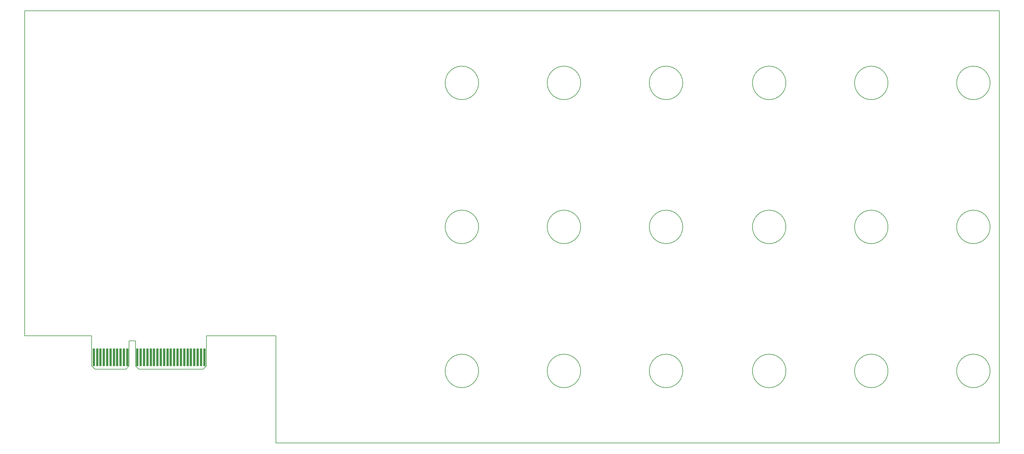
<source format=gbr>
G04 #@! TF.GenerationSoftware,KiCad,Pcbnew,6.0.7-f9a2dced07~116~ubuntu22.04.1*
G04 #@! TF.CreationDate,2023-05-31T10:56:09+01:00*
G04 #@! TF.ProjectId,hiltop_backplane_brd,68696c74-6f70-45f6-9261-636b706c616e,A*
G04 #@! TF.SameCoordinates,Original*
G04 #@! TF.FileFunction,Paste,Bot*
G04 #@! TF.FilePolarity,Positive*
%FSLAX46Y46*%
G04 Gerber Fmt 4.6, Leading zero omitted, Abs format (unit mm)*
G04 Created by KiCad (PCBNEW 6.0.7-f9a2dced07~116~ubuntu22.04.1) date 2023-05-31 10:56:09*
%MOMM*%
%LPD*%
G01*
G04 APERTURE LIST*
G04 #@! TA.AperFunction,Profile*
%ADD10C,0.150000*%
G04 #@! TD*
%ADD11R,0.750000X5.300000*%
G04 APERTURE END LIST*
D10*
X179840000Y-50700000D02*
G75*
G03*
X179840000Y-50700000I-5000000J0D01*
G01*
X210320000Y-50700000D02*
G75*
G03*
X210320000Y-50700000I-5000000J0D01*
G01*
X240800000Y-50700000D02*
G75*
G03*
X240800000Y-50700000I-5000000J0D01*
G01*
X210320000Y-93700000D02*
G75*
G03*
X210320000Y-93700000I-5000000J0D01*
G01*
X240800000Y-93700000D02*
G75*
G03*
X240800000Y-93700000I-5000000J0D01*
G01*
X179840000Y-136700000D02*
G75*
G03*
X179840000Y-136700000I-5000000J0D01*
G01*
X210320000Y-136700000D02*
G75*
G03*
X210320000Y-136700000I-5000000J0D01*
G01*
X240800000Y-136700000D02*
G75*
G03*
X240800000Y-136700000I-5000000J0D01*
G01*
X179840000Y-93700000D02*
G75*
G03*
X179840000Y-93700000I-5000000J0D01*
G01*
X271600000Y-136700000D02*
G75*
G03*
X271600000Y-136700000I-5000000J0D01*
G01*
X65300000Y-136200000D02*
X74500000Y-136200000D01*
X75500000Y-135200000D02*
X75500000Y-127700000D01*
X98600000Y-126200000D02*
X119300000Y-126200000D01*
X302080000Y-136700000D02*
G75*
G03*
X302080000Y-136700000I-5000000J0D01*
G01*
X332560000Y-93700000D02*
G75*
G03*
X332560000Y-93700000I-5000000J0D01*
G01*
X75500000Y-135200000D02*
X74500000Y-136200000D01*
X97600000Y-136200000D02*
X98600000Y-135200000D01*
X332560000Y-50700000D02*
G75*
G03*
X332560000Y-50700000I-5000000J0D01*
G01*
X271600000Y-50700000D02*
G75*
G03*
X271600000Y-50700000I-5000000J0D01*
G01*
X302080000Y-93700000D02*
G75*
G03*
X302080000Y-93700000I-5000000J0D01*
G01*
X44300000Y-29200000D02*
X335300000Y-29200000D01*
X64300000Y-135200000D02*
X64300000Y-126200000D01*
X271600000Y-93700000D02*
G75*
G03*
X271600000Y-93700000I-5000000J0D01*
G01*
X332560000Y-136700000D02*
G75*
G03*
X332560000Y-136700000I-5000000J0D01*
G01*
X77400000Y-135200000D02*
X78400000Y-136200000D01*
X119300000Y-136200000D02*
X119300000Y-158200000D01*
X44300000Y-126200000D02*
X44300000Y-29200000D01*
X119300000Y-126200000D02*
X119300000Y-136200000D01*
X78400000Y-136200000D02*
X97600000Y-136200000D01*
X64300000Y-135200000D02*
X65300000Y-136200000D01*
X75500000Y-127700000D02*
X77400000Y-127700000D01*
X98600000Y-135200000D02*
X98600000Y-127700000D01*
X335300000Y-29200000D02*
X335300000Y-158200000D01*
X302080000Y-50700000D02*
G75*
G03*
X302080000Y-50700000I-5000000J0D01*
G01*
X98600000Y-127700000D02*
X98600000Y-126200000D01*
X335300000Y-158200000D02*
X119300000Y-158200000D01*
X77400000Y-127700000D02*
X77400000Y-135200000D01*
X64300000Y-126200000D02*
X44300000Y-126200000D01*
D11*
X64954000Y-132600000D03*
X65954000Y-132600000D03*
X66954000Y-132600000D03*
X67954000Y-132600000D03*
X68954000Y-132600000D03*
X69954000Y-132600000D03*
X70954000Y-132600000D03*
X71954000Y-132600000D03*
X72954000Y-132600000D03*
X73954000Y-132600000D03*
X74954000Y-132600000D03*
X77954000Y-132600000D03*
X78954000Y-132600000D03*
X79954000Y-132600000D03*
X80954000Y-132600000D03*
X81954000Y-132600000D03*
X82954000Y-132600000D03*
X83954000Y-132600000D03*
X84954000Y-132600000D03*
X85954000Y-132600000D03*
X86954000Y-132600000D03*
X87954000Y-132600000D03*
X88954000Y-132600000D03*
X89954000Y-132600000D03*
X90954000Y-132600000D03*
X91954000Y-132600000D03*
X92954000Y-132600000D03*
X93954000Y-132600000D03*
X94954000Y-132600000D03*
X95954000Y-132600000D03*
X96954000Y-132600000D03*
X97954000Y-132600000D03*
M02*

</source>
